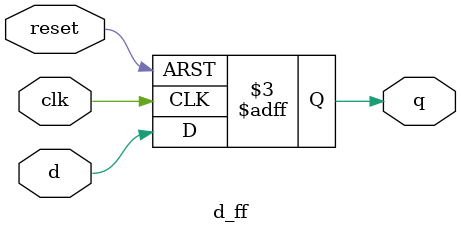
<source format=v>
module d_ff(q,d,clk,reset);
  input clk,d,reset;
  output q;
  reg q;
  
  always @(posedge clk or negedge reset)
  begin
    if(!reset)
      q<=1'b0;
    else
      q<=d;
  end
endmodule

</source>
